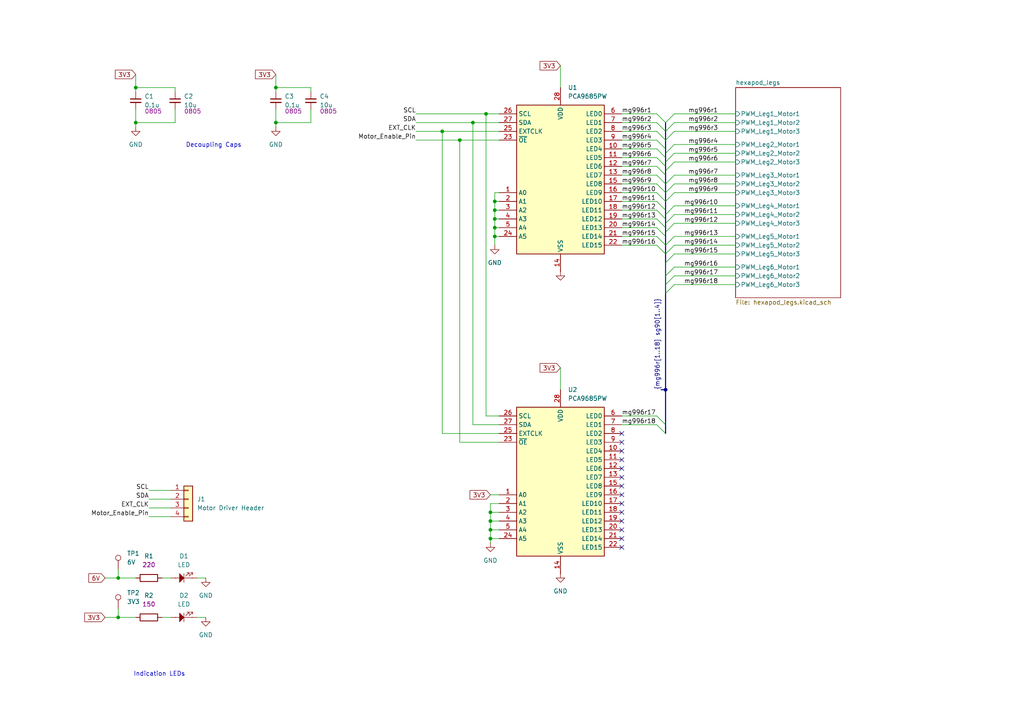
<source format=kicad_sch>
(kicad_sch (version 20250114) (generator "eeschema") (generator_version "9.0")
  (paper "A4")
  (lib_symbols
    (symbol "Connector:TestPoint" (pin_numbers (hide yes)) (pin_names (offset 0.762) (hide yes))
      (property "Reference" "TP" (at 0 6.858 0))
      (property "Value" "TestPoint" (at 0 5.08 0))
      (symbol "TestPoint_0_1"
        (circle (center 0 3.302) (radius 0.762))
      )
      (symbol "TestPoint_1_1"
        (pin passive line (at 0 0 90) (length 2.54) (name "1") (number "1"))
      )
    )
    (symbol "Device:C_Small" (pin_numbers (hide yes)) (pin_names (offset 0.254) (hide yes))
      (property "Reference" "C" (at 0.254 1.778 0))
      (property "Value" "C_Small" (at 0.254 -2.032 0))
      (symbol "C_Small_0_1"
        (polyline (pts (xy -1.524 0.508) (xy 1.524 0.508)) (stroke (width 0.3048)))
        (polyline (pts (xy -1.524 -0.508) (xy 1.524 -0.508)) (stroke (width 0.3302)))
      )
      (symbol "C_Small_1_1"
        (pin passive line (at 0 2.54 270) (length 2.032) (name "~") (number "1"))
        (pin passive line (at 0 -2.54 90) (length 2.032) (name "~") (number "2"))
      )
    )
    (symbol "Driver_LED:PCA9685PW"
      (property "Reference" "U" (at -12.7 22.225 0))
      (property "Value" "PCA9685PW" (at 1.27 22.225 0))
      (symbol "PCA9685PW_0_1"
        (rectangle (start -12.7 20.32) (end 12.7 -22.86) (stroke (width 0.254)) (fill (type background)))
      )
      (symbol "PCA9685PW_1_1"
        (pin input line (at -17.78 17.78 0) (length 5.08) (name "SCL") (number "26"))
        (pin bidirectional line (at -17.78 15.24 0) (length 5.08) (name "SDA") (number "27"))
        (pin input line (at -17.78 12.7 0) (length 5.08) (name "EXTCLK") (number "25"))
        (pin input line (at -17.78 10.16 0) (length 5.08) (name "~{OE}") (number "23"))
        (pin input line (at -17.78 -5.08 0) (length 5.08) (name "A0") (number "1"))
        (pin input line (at -17.78 -7.62 0) (length 5.08) (name "A1") (number "2"))
        (pin input line (at -17.78 -10.16 0) (length 5.08) (name "A2") (number "3"))
        (pin input line (at -17.78 -12.7 0) (length 5.08) (name "A3") (number "4"))
        (pin input line (at -17.78 -15.24 0) (length 5.08) (name "A4") (number "5"))
        (pin input line (at -17.78 -17.78 0) (length 5.08) (name "A5") (number "24"))
        (pin power_in line (at 0 25.4 270) (length 5.08) (name "VDD") (number "28"))
        (pin power_in line (at 0 -27.94 90) (length 5.08) (name "VSS") (number "14"))
        (pin output line (at 17.78 17.78 180) (length 5.08) (name "LED0") (number "6"))
        (pin output line (at 17.78 15.24 180) (length 5.08) (name "LED1") (number "7"))
        (pin output line (at 17.78 12.7 180) (length 5.08) (name "LED2") (number "8"))
        (pin output line (at 17.78 10.16 180) (length 5.08) (name "LED3") (number "9"))
        (pin output line (at 17.78 7.62 180) (length 5.08) (name "LED4") (number "10"))
        (pin output line (at 17.78 5.08 180) (length 5.08) (name "LED5") (number "11"))
        (pin output line (at 17.78 2.54 180) (length 5.08) (name "LED6") (number "12"))
        (pin output line (at 17.78 0 180) (length 5.08) (name "LED7") (number "13"))
        (pin output line (at 17.78 -2.54 180) (length 5.08) (name "LED8") (number "15"))
        (pin output line (at 17.78 -5.08 180) (length 5.08) (name "LED9") (number "16"))
        (pin output line (at 17.78 -7.62 180) (length 5.08) (name "LED10") (number "17"))
        (pin output line (at 17.78 -10.16 180) (length 5.08) (name "LED11") (number "18"))
        (pin output line (at 17.78 -12.7 180) (length 5.08) (name "LED12") (number "19"))
        (pin output line (at 17.78 -15.24 180) (length 5.08) (name "LED13") (number "20"))
        (pin output line (at 17.78 -17.78 180) (length 5.08) (name "LED14") (number "21"))
        (pin output line (at 17.78 -20.32 180) (length 5.08) (name "LED15") (number "22"))
      )
    )
    (symbol "PCM_4ms_Connector:Conn_01x04" (pin_names (offset 1.016) (hide yes))
      (property "Reference" "J" (at 0 5.08 0))
      (property "Value" "Conn_01x04" (at 0 -7.62 0))
      (symbol "Conn_01x04_1_1"
        (rectangle (start -1.27 3.81) (end 1.27 -6.35) (stroke (width 0.254)) (fill (type background)))
        (rectangle (start -1.27 2.667) (end 0 2.413) (stroke (width 0.1524)))
        (rectangle (start -1.27 0.127) (end 0 -0.127) (stroke (width 0.1524)))
        (rectangle (start -1.27 -2.413) (end 0 -2.667) (stroke (width 0.1524)))
        (rectangle (start -1.27 -4.953) (end 0 -5.207) (stroke (width 0.1524)))
        (pin passive line (at -5.08 2.54 0) (length 3.81) (name "Pin_1") (number "1"))
        (pin passive line (at -5.08 0 0) (length 3.81) (name "Pin_2") (number "2"))
        (pin passive line (at -5.08 -2.54 0) (length 3.81) (name "Pin_3") (number "3"))
        (pin passive line (at -5.08 -5.08 0) (length 3.81) (name "Pin_4") (number "4"))
      )
    )
    (symbol "PCM_4ms_Resistor:150K_0603" (pin_numbers (hide yes)) (pin_names (offset 0))
      (property "Reference" "R" (at 2.032 0 90))
      (property "Display" "150K" (at 3.81 0 90))
      (symbol "150K_0603_0_1"
        (rectangle (start -1.016 -2.54) (end 1.016 2.54) (stroke (width 0.254)))
      )
      (symbol "150K_0603_1_1"
        (pin passive line (at 0 3.81 270) (length 1.27) (name "~") (number "1"))
        (pin passive line (at 0 -3.81 90) (length 1.27) (name "~") (number "2"))
      )
    )
    (symbol "PCM_SL_Devices:LED"
      (property "Reference" "D" (at -0.508 5.334 0))
      (property "Value" "LED" (at -0.508 2.794 0))
      (symbol "LED_0_1"
        (polyline (pts (xy -1.27 0) (xy -2.54 0)))
        (polyline (pts (xy 0 1.27) (xy 0 -1.27)))
        (polyline (pts (xy 0 0) (xy -1.27 -1.27) (xy -1.27 1.27) (xy 0 0) (xy 1.27 0)) (fill (type outline)))
        (polyline (pts (xy 0.508 0.508) (xy 1.524 1.524)))
        (polyline (pts (xy 1.27 0) (xy 2.54 0)))
        (polyline (pts (xy 1.524 1.524) (xy 0.889 1.524)))
        (polyline (pts (xy 1.524 1.524) (xy 1.524 0.889)))
        (polyline (pts (xy 1.524 0.508) (xy 2.54 1.524)))
        (polyline (pts (xy 2.54 1.524) (xy 1.905 1.524)))
        (polyline (pts (xy 2.54 1.524) (xy 2.54 0.889)))
      )
      (symbol "LED_1_1"
        (pin passive line (at -3.81 0 0) (length 1.5) (name "") (number "2"))
        (pin passive line (at 3.81 0 180) (length 1.5) (name "~") (number "1"))
      )
    )
    (symbol "power:GND" (power) (pin_numbers (hide yes)) (pin_names (offset 0) (hide yes))
      (property "Value" "GND" (at 0 -3.81 0))
      (symbol "GND_0_1"
        (polyline (pts (xy 0 0) (xy 0 -1.27) (xy 1.27 -1.27) (xy 0 -2.54) (xy -1.27 -1.27) (xy 0 -1.27)))
      )
      (symbol "GND_1_1"
        (pin power_in line (at 0 0 270) (length 0) (name "~") (number "1"))
      )
    )
  )
  (bus_alias "motors" (members "sg90[1:8]"))
  (text "Indication LEDs" (at 46.228 195.58 0) (effects (font (size 1.27 1.27))))
  (text "Decoupling Caps" (at 61.976 42.164 0) (effects (font (size 1.27 1.27))))
  (junction (at 143.51 66.04))
  (junction (at 140.97 33.02))
  (junction (at 34.29 167.64))
  (junction (at 143.51 63.5))
  (junction (at 142.24 148.59))
  (junction (at 39.37 25.4))
  (junction (at 143.51 58.42))
  (junction (at 128.27 38.1))
  (junction (at 137.16 35.56))
  (junction (at 143.51 68.58))
  (junction (at 39.37 35.56))
  (junction (at 193.04 113.03))
  (junction (at 80.01 25.4))
  (junction (at 133.35 40.64))
  (junction (at 34.29 179.07))
  (junction (at 142.24 151.13))
  (junction (at 143.51 60.96))
  (junction (at 142.24 156.21))
  (junction (at 142.24 153.67))
  (junction (at 80.01 35.56))
  (no_connect (at 180.34 128.27))
  (no_connect (at 180.34 148.59))
  (no_connect (at 180.34 133.35))
  (no_connect (at 180.34 125.73))
  (no_connect (at 180.34 151.13))
  (no_connect (at 180.34 153.67))
  (no_connect (at 180.34 138.43))
  (no_connect (at 180.34 130.81))
  (no_connect (at 180.34 158.75))
  (no_connect (at 180.34 156.21))
  (no_connect (at 180.34 140.97))
  (no_connect (at 180.34 135.89))
  (no_connect (at 180.34 146.05))
  (no_connect (at 180.34 143.51))
  (bus_entry (at 193.04 35.56) (size 2.54 -2.54))
  (bus_entry (at 193.04 53.34) (size -2.54 -2.54))
  (bus_entry (at 193.04 38.1) (size -2.54 -2.54))
  (bus_entry (at 193.04 40.64) (size -2.54 -2.54))
  (bus_entry (at 193.04 76.2) (size 2.54 -2.54))
  (bus_entry (at 193.04 55.88) (size -2.54 -2.54))
  (bus_entry (at 193.04 67.31) (size 2.54 -2.54))
  (bus_entry (at 193.04 58.42) (size -2.54 -2.54))
  (bus_entry (at 193.04 71.12) (size 2.54 -2.54))
  (bus_entry (at 193.04 71.12) (size -2.54 -2.54))
  (bus_entry (at 193.04 48.26) (size -2.54 -2.54))
  (bus_entry (at 193.04 38.1) (size 2.54 -2.54))
  (bus_entry (at 193.04 43.18) (size -2.54 -2.54))
  (bus_entry (at 193.04 64.77) (size 2.54 -2.54))
  (bus_entry (at 193.04 58.42) (size 2.54 -2.54))
  (bus_entry (at 193.04 125.73) (size -2.54 -2.54))
  (bus_entry (at 193.04 60.96) (size -2.54 -2.54))
  (bus_entry (at 193.04 80.01) (size 2.54 -2.54))
  (bus_entry (at 193.04 45.72) (size -2.54 -2.54))
  (bus_entry (at 193.04 123.19) (size -2.54 -2.54))
  (bus_entry (at 193.04 55.88) (size 2.54 -2.54))
  (bus_entry (at 193.04 63.5) (size -2.54 -2.54))
  (bus_entry (at 193.04 49.53) (size 2.54 -2.54))
  (bus_entry (at 193.04 53.34) (size 2.54 -2.54))
  (bus_entry (at 193.04 44.45) (size 2.54 -2.54))
  (bus_entry (at 193.04 85.09) (size 2.54 -2.54))
  (bus_entry (at 193.04 73.66) (size -2.54 -2.54))
  (bus_entry (at 193.04 46.99) (size 2.54 -2.54))
  (bus_entry (at 193.04 66.04) (size -2.54 -2.54))
  (bus_entry (at 193.04 82.55) (size 2.54 -2.54))
  (bus_entry (at 193.04 68.58) (size -2.54 -2.54))
  (bus_entry (at 193.04 73.66) (size 2.54 -2.54))
  (bus_entry (at 193.04 40.64) (size 2.54 -2.54))
  (bus_entry (at 193.04 50.8) (size -2.54 -2.54))
  (bus_entry (at 193.04 62.23) (size 2.54 -2.54))
  (bus_entry (at 193.04 35.56) (size -2.54 -2.54))
  (bus (pts (xy 193.04 64.77) (xy 193.04 66.04)))
  (wire (pts (xy 140.97 33.02) (xy 140.97 120.65)))
  (bus (pts (xy 193.04 55.88) (xy 193.04 53.34)))
  (wire (pts (xy 190.5 50.8) (xy 180.34 50.8)))
  (wire (pts (xy 142.24 153.67) (xy 142.24 156.21)))
  (wire (pts (xy 133.35 128.27) (xy 133.35 40.64)))
  (wire (pts (xy 143.51 63.5) (xy 144.78 63.5)))
  (bus (pts (xy 193.04 58.42) (xy 193.04 60.96)))
  (bus (pts (xy 193.04 49.53) (xy 193.04 50.8)))
  (wire (pts (xy 144.78 55.88) (xy 143.51 55.88)))
  (bus (pts (xy 193.04 63.5) (xy 193.04 64.77)))
  (wire (pts (xy 133.35 40.64) (xy 144.78 40.64)))
  (wire (pts (xy 57.15 167.64) (xy 59.69 167.64)))
  (wire (pts (xy 34.29 176.53) (xy 34.29 179.07)))
  (wire (pts (xy 190.5 33.02) (xy 180.34 33.02)))
  (wire (pts (xy 39.37 25.4) (xy 50.8 25.4)))
  (wire (pts (xy 195.58 73.66) (xy 213.36 73.66)))
  (wire (pts (xy 195.58 50.8) (xy 213.36 50.8)))
  (bus (pts (xy 193.04 43.18) (xy 193.04 44.45)))
  (wire (pts (xy 80.01 25.4) (xy 80.01 26.67)))
  (wire (pts (xy 144.78 125.73) (xy 128.27 125.73)))
  (bus (pts (xy 193.04 80.01) (xy 193.04 76.2)))
  (bus (pts (xy 193.04 40.64) (xy 193.04 43.18)))
  (wire (pts (xy 43.18 144.78) (xy 49.53 144.78)))
  (bus (pts (xy 193.04 50.8) (xy 193.04 53.34)))
  (bus (pts (xy 193.04 38.1) (xy 193.04 40.64)))
  (wire (pts (xy 190.5 123.19) (xy 180.34 123.19)))
  (wire (pts (xy 143.51 58.42) (xy 144.78 58.42)))
  (wire (pts (xy 195.58 35.56) (xy 213.36 35.56)))
  (wire (pts (xy 143.51 58.42) (xy 143.51 60.96)))
  (wire (pts (xy 39.37 25.4) (xy 39.37 26.67)))
  (wire (pts (xy 190.5 35.56) (xy 180.34 35.56)))
  (wire (pts (xy 193.04 85.09) (xy 193.04 82.55)))
  (bus (pts (xy 191.77 113.03) (xy 193.04 113.03)))
  (bus (pts (xy 193.04 35.56) (xy 193.04 38.1)))
  (wire (pts (xy 190.5 66.04) (xy 180.34 66.04)))
  (bus (pts (xy 193.04 62.23) (xy 193.04 63.5)))
  (wire (pts (xy 162.56 106.68) (xy 162.56 113.03)))
  (wire (pts (xy 137.16 123.19) (xy 144.78 123.19)))
  (wire (pts (xy 39.37 35.56) (xy 50.8 35.56)))
  (wire (pts (xy 34.29 165.1) (xy 34.29 167.64)))
  (wire (pts (xy 137.16 35.56) (xy 137.16 123.19)))
  (wire (pts (xy 143.51 60.96) (xy 144.78 60.96)))
  (bus (pts (xy 193.04 67.31) (xy 193.04 68.58)))
  (wire (pts (xy 195.58 33.02) (xy 213.36 33.02)))
  (wire (pts (xy 39.37 21.59) (xy 39.37 25.4)))
  (wire (pts (xy 144.78 151.13) (xy 142.24 151.13)))
  (wire (pts (xy 43.18 149.86) (xy 49.53 149.86)))
  (wire (pts (xy 195.58 44.45) (xy 213.36 44.45)))
  (wire (pts (xy 190.5 40.64) (xy 180.34 40.64)))
  (wire (pts (xy 162.56 19.05) (xy 162.56 25.4)))
  (wire (pts (xy 39.37 31.75) (xy 39.37 35.56)))
  (wire (pts (xy 190.5 55.88) (xy 180.34 55.88)))
  (bus (pts (xy 193.04 45.72) (xy 193.04 46.99)))
  (wire (pts (xy 80.01 31.75) (xy 80.01 35.56)))
  (wire (pts (xy 143.51 68.58) (xy 143.51 71.12)))
  (wire (pts (xy 143.51 55.88) (xy 143.51 58.42)))
  (wire (pts (xy 128.27 38.1) (xy 128.27 125.73)))
  (bus (pts (xy 193.04 85.09) (xy 193.04 113.03)))
  (bus (pts (xy 193.04 68.58) (xy 193.04 71.12)))
  (bus (pts (xy 193.04 48.26) (xy 193.04 49.53)))
  (wire (pts (xy 180.34 60.96) (xy 190.5 60.96)))
  (wire (pts (xy 180.34 58.42) (xy 190.5 58.42)))
  (bus (pts (xy 193.04 85.09) (xy 193.04 82.55)))
  (wire (pts (xy 190.5 48.26) (xy 180.34 48.26)))
  (wire (pts (xy 137.16 35.56) (xy 120.65 35.56)))
  (wire (pts (xy 57.15 179.07) (xy 59.69 179.07)))
  (wire (pts (xy 43.18 147.32) (xy 49.53 147.32)))
  (bus (pts (xy 193.04 73.66) (xy 193.04 76.2)))
  (wire (pts (xy 143.51 66.04) (xy 144.78 66.04)))
  (wire (pts (xy 50.8 25.4) (xy 50.8 26.67)))
  (wire (pts (xy 144.78 156.21) (xy 142.24 156.21)))
  (wire (pts (xy 140.97 120.65) (xy 144.78 120.65)))
  (wire (pts (xy 195.58 46.99) (xy 213.36 46.99)))
  (wire (pts (xy 190.5 68.58) (xy 180.34 68.58)))
  (wire (pts (xy 195.58 55.88) (xy 213.36 55.88)))
  (wire (pts (xy 142.24 156.21) (xy 142.24 157.48)))
  (wire (pts (xy 128.27 38.1) (xy 144.78 38.1)))
  (wire (pts (xy 195.58 41.91) (xy 213.36 41.91)))
  (wire (pts (xy 195.58 77.47) (xy 213.36 77.47)))
  (wire (pts (xy 143.51 66.04) (xy 143.51 68.58)))
  (wire (pts (xy 30.48 179.07) (xy 34.29 179.07)))
  (wire (pts (xy 140.97 33.02) (xy 144.78 33.02)))
  (wire (pts (xy 195.58 59.69) (xy 213.36 59.69)))
  (bus (pts (xy 193.04 55.88) (xy 193.04 58.42)))
  (wire (pts (xy 80.01 35.56) (xy 90.17 35.56)))
  (wire (pts (xy 80.01 21.59) (xy 80.01 25.4)))
  (wire (pts (xy 195.58 64.77) (xy 213.36 64.77)))
  (wire (pts (xy 120.65 33.02) (xy 140.97 33.02)))
  (bus (pts (xy 193.04 113.03) (xy 193.04 123.19)))
  (wire (pts (xy 90.17 25.4) (xy 90.17 26.67)))
  (wire (pts (xy 50.8 31.75) (xy 50.8 35.56)))
  (wire (pts (xy 39.37 36.83) (xy 39.37 35.56)))
  (wire (pts (xy 142.24 151.13) (xy 142.24 153.67)))
  (wire (pts (xy 193.04 82.55) (xy 193.04 80.01)))
  (bus (pts (xy 193.04 71.12) (xy 193.04 73.66)))
  (wire (pts (xy 46.99 179.07) (xy 49.53 179.07)))
  (wire (pts (xy 142.24 143.51) (xy 144.78 143.51)))
  (wire (pts (xy 142.24 148.59) (xy 142.24 151.13)))
  (wire (pts (xy 195.58 68.58) (xy 213.36 68.58)))
  (wire (pts (xy 142.24 146.05) (xy 142.24 148.59)))
  (wire (pts (xy 144.78 148.59) (xy 142.24 148.59)))
  (wire (pts (xy 190.5 38.1) (xy 180.34 38.1)))
  (wire (pts (xy 195.58 82.55) (xy 213.36 82.55)))
  (wire (pts (xy 144.78 128.27) (xy 133.35 128.27)))
  (wire (pts (xy 80.01 36.83) (xy 80.01 35.56)))
  (wire (pts (xy 120.65 38.1) (xy 128.27 38.1)))
  (wire (pts (xy 143.51 63.5) (xy 143.51 66.04)))
  (wire (pts (xy 43.18 142.24) (xy 49.53 142.24)))
  (wire (pts (xy 80.01 25.4) (xy 90.17 25.4)))
  (wire (pts (xy 195.58 71.12) (xy 213.36 71.12)))
  (wire (pts (xy 144.78 153.67) (xy 142.24 153.67)))
  (bus (pts (xy 193.04 46.99) (xy 193.04 48.26)))
  (wire (pts (xy 90.17 31.75) (xy 90.17 35.56)))
  (wire (pts (xy 143.51 68.58) (xy 144.78 68.58)))
  (wire (pts (xy 46.99 167.64) (xy 49.53 167.64)))
  (wire (pts (xy 190.5 53.34) (xy 180.34 53.34)))
  (wire (pts (xy 195.58 80.01) (xy 213.36 80.01)))
  (wire (pts (xy 190.5 43.18) (xy 180.34 43.18)))
  (bus (pts (xy 193.04 123.19) (xy 193.04 125.73)))
  (wire (pts (xy 195.58 53.34) (xy 213.36 53.34)))
  (wire (pts (xy 195.58 62.23) (xy 213.36 62.23)))
  (wire (pts (xy 144.78 146.05) (xy 142.24 146.05)))
  (wire (pts (xy 30.48 167.64) (xy 34.29 167.64)))
  (wire (pts (xy 195.58 38.1) (xy 213.36 38.1)))
  (wire (pts (xy 143.51 60.96) (xy 143.51 63.5)))
  (wire (pts (xy 34.29 179.07) (xy 39.37 179.07)))
  (wire (pts (xy 190.5 63.5) (xy 180.34 63.5)))
  (wire (pts (xy 180.34 71.12) (xy 190.5 71.12)))
  (wire (pts (xy 137.16 35.56) (xy 144.78 35.56)))
  (bus (pts (xy 193.04 82.55) (xy 193.04 80.01)))
  (wire (pts (xy 190.5 45.72) (xy 180.34 45.72)))
  (wire (pts (xy 34.29 167.64) (xy 39.37 167.64)))
  (bus (pts (xy 193.04 44.45) (xy 193.04 45.72)))
  (bus (pts (xy 193.04 66.04) (xy 193.04 67.31)))
  (wire (pts (xy 193.04 80.01) (xy 193.04 76.2)))
  (wire (pts (xy 120.65 40.64) (xy 133.35 40.64)))
  (wire (pts (xy 190.5 120.65) (xy 180.34 120.65)))
  (bus (pts (xy 193.04 62.23) (xy 193.04 60.96)))
  (label "mg996r2" (at 180.34 35.56 0))
  (label "mg996r15" (at 180.34 68.58 0))
  (label "EXT_CLK" (at 120.65 38.1 180))
  (label "mg996r13" (at 208.28 68.58 180))
  (label "mg996r14" (at 180.34 66.04 0))
  (label "mg996r4" (at 208.28 41.91 180))
  (label "mg996r2" (at 208.28 35.56 180))
  (label "mg996r1" (at 180.34 33.02 0))
  (label "mg996r12" (at 208.28 64.77 180))
  (label "mg996r7" (at 208.28 50.8 180))
  (label "mg996r18" (at 208.28 82.55 180))
  (label "mg996r8" (at 180.34 50.8 0))
  (label "mg996r14" (at 208.28 71.12 180))
  (label "mg996r10" (at 180.34 55.88 0))
  (label "mg996r3" (at 208.28 38.1 180))
  (label "mg996r5" (at 208.28 44.45 180))
  (label "mg996r11" (at 208.28 62.23 180))
  (label "{mg996r[1..18] sg90[1..4]}" (at 191.77 113.03 90))
  (label "mg996r17" (at 180.34 120.65 0))
  (label "SCL" (at 120.65 33.02 180))
  (label "mg996r11" (at 180.34 58.42 0))
  (label "mg996r4" (at 180.34 40.64 0))
  (label "mg996r10" (at 208.28 59.69 180))
  (label "mg996r6" (at 208.28 46.99 180))
  (label "mg996r12" (at 180.34 60.96 0))
  (label "mg996r16" (at 180.34 71.12 0))
  (label "mg996r3" (at 180.34 38.1 0))
  (label "mg996r6" (at 180.34 45.72 0))
  (label "SCL" (at 43.18 142.24 180))
  (label "mg996r1" (at 208.28 33.02 180))
  (label "EXT_CLK" (at 43.18 147.32 180))
  (label "Motor_Enable_Pin" (at 43.18 149.86 180))
  (label "Motor_Enable_Pin" (at 120.65 40.64 180))
  (label "mg996r5" (at 180.34 43.18 0))
  (label "mg996r15" (at 208.28 73.66 180))
  (label "mg996r9" (at 180.34 53.34 0))
  (label "mg996r16" (at 208.28 77.47 180))
  (label "mg996r7" (at 180.34 48.26 0))
  (label "mg996r8" (at 208.28 53.34 180))
  (label "mg996r17" (at 208.28 80.01 180))
  (label "mg996r13" (at 180.34 63.5 0))
  (label "SDA" (at 120.65 35.56 180))
  (label "mg996r9" (at 208.28 55.88 180))
  (label "mg996r18" (at 180.34 123.19 0))
  (label "SDA" (at 43.18 144.78 180))
  (global_label "3V3" (shape input) (at 162.56 106.68 180) (property "Intersheetrefs" "${INTERSHEET_REFS}" (effects (hide yes))))
  (global_label "3V3" (shape input) (at 80.01 21.59 180) (property "Intersheetrefs" "${INTERSHEET_REFS}" (effects (hide yes))))
  (global_label "3V3" (shape input) (at 142.24 143.51 180) (property "Intersheetrefs" "${INTERSHEET_REFS}" (effects (hide yes))))
  (global_label "6V" (shape input) (at 30.48 167.64 180) (property "Intersheetrefs" "${INTERSHEET_REFS}" (effects (hide yes))))
  (global_label "3V3" (shape input) (at 39.37 21.59 180) (property "Intersheetrefs" "${INTERSHEET_REFS}" (effects (hide yes))))
  (global_label "3V3" (shape input) (at 30.48 179.07 180) (property "Intersheetrefs" "${INTERSHEET_REFS}" (effects (hide yes))))
  (global_label "3V3" (shape input) (at 162.56 19.05 180) (property "Intersheetrefs" "${INTERSHEET_REFS}" (effects (hide yes))))
  (symbol (lib_id "power:GND") (at 162.56 166.37 0) (unit 1)
    (property "Reference" "#PWR08" (effects (hide yes)))
    (property "Value" "GND" (at 162.56 171.45 0))
    (property "Description" "Power symbol creates a global label with name \"GND\" , ground" (effects (hide yes)))
  )
  (symbol (lib_id "Device:C_Small") (at 50.8 29.21 0) (unit 1)
    (property "Reference" "C2" (at 53.34 27.9462 0) (effects (justify left)))
    (property "Value" "10u" (at 53.34 30.4862 0) (effects (justify left)))
    (property "Footprint" "Capacitor_SMD:C_0805_2012Metric_Pad1.18x1.45mm_HandSolder" (effects (hide yes)))
    (property "Description" "0805" (at 55.88 32.258 0))
  )
  (symbol (lib_id "power:GND") (at 143.51 71.12 0) (unit 1)
    (property "Reference" "#PWR06" (effects (hide yes)))
    (property "Value" "GND" (at 143.51 76.2 0))
    (property "Description" "Power symbol creates a global label with name \"GND\" , ground" (effects (hide yes)))
  )
  (symbol (lib_id "power:GND") (at 162.56 78.74 0) (unit 1)
    (property "Reference" "#PWR07" (effects (hide yes)))
    (property "Value" "GND" (effects (hide yes)))
    (property "Description" "Power symbol creates a global label with name \"GND\" , ground" (effects (hide yes)))
  )
  (symbol (lib_id "Device:C_Small") (at 39.37 29.21 0) (unit 1)
    (property "Reference" "C1" (at 41.91 27.9462 0) (effects (justify left)))
    (property "Value" "0.1u" (at 41.91 30.4862 0) (effects (justify left)))
    (property "Footprint" "Capacitor_SMD:C_0805_2012Metric_Pad1.18x1.45mm_HandSolder" (effects (hide yes)))
    (property "Description" "0805" (at 44.45 32.258 0))
  )
  (symbol (lib_id "PCM_4ms_Resistor:150K_0603") (at 43.18 179.07 90) (unit 1)
    (property "Reference" "R2" (at 43.18 172.72 90))
    (property "Value" "150K_0603" (effects (hide yes)))
    (property "Footprint" "PCM_4ms_Resistor:R_0805_2012Metric" (effects (hide yes)))
    (property "Description" "150K, 1%, 1/10W, 0603" (effects (hide yes)))
    (property "Specifications" "150K, 1%, 1/10W, 0603" (effects (hide yes)))
    (property "Manufacturer" "Yageo" (effects (hide yes)))
    (property "Part Number" "RC0603FR-07150KL" (effects (hide yes)))
    (property "Display" "150" (at 43.18 175.26 90))
    (property "JLCPCB ID" "C22807" (effects (hide yes)))
  )
  (symbol (lib_id "Driver_LED:PCA9685PW") (at 162.56 50.8 0) (unit 1)
    (property "Reference" "U1" (at 164.7033 25.4 0) (effects (justify left)))
    (property "Value" "PCA9685PW" (at 164.7033 27.94 0) (effects (justify left)))
    (property "Footprint" "Package_SO:TSSOP-28_4.4x9.7mm_P0.65mm" (effects (hide yes)))
    (property "Datasheet" "http://www.nxp.com/docs/en/data-sheet/PCA9685.pdf" (effects (hide yes)))
    (property "Description" "16-channel 12-bit PWM Fm+ I2C-bus LED controller RGBA TSSOP" (effects (hide yes)))
  )
  (symbol (lib_id "Driver_LED:PCA9685PW") (at 162.56 138.43 0) (unit 1)
    (property "Reference" "U2" (at 164.7033 113.03 0) (effects (justify left)))
    (property "Value" "PCA9685PW" (at 164.7033 115.57 0) (effects (justify left)))
    (property "Footprint" "Package_SO:TSSOP-28_4.4x9.7mm_P0.65mm" (effects (hide yes)))
    (property "Datasheet" "http://www.nxp.com/docs/en/data-sheet/PCA9685.pdf" (effects (hide yes)))
    (property "Description" "16-channel 12-bit PWM Fm+ I2C-bus LED controller RGBA TSSOP" (effects (hide yes)))
  )
  (symbol (lib_id "power:GND") (at 59.69 167.64 0) (unit 1)
    (property "Reference" "#PWR02" (effects (hide yes)))
    (property "Value" "GND" (at 59.69 172.72 0))
    (property "Description" "Power symbol creates a global label with name \"GND\" , ground" (effects (hide yes)))
  )
  (symbol (lib_id "power:GND") (at 142.24 157.48 0) (unit 1)
    (property "Reference" "#PWR05" (effects (hide yes)))
    (property "Value" "GND" (at 142.24 162.56 0))
    (property "Description" "Power symbol creates a global label with name \"GND\" , ground" (effects (hide yes)))
  )
  (symbol (lib_id "power:GND") (at 80.01 36.83 0) (unit 1)
    (property "Reference" "#PWR04" (effects (hide yes)))
    (property "Value" "GND" (at 80.01 41.91 0))
    (property "Description" "Power symbol creates a global label with name \"GND\" , ground" (effects (hide yes)))
  )
  (symbol (lib_id "power:GND") (at 59.69 179.07 0) (unit 1)
    (property "Reference" "#PWR03" (effects (hide yes)))
    (property "Value" "GND" (at 59.69 184.15 0))
    (property "Description" "Power symbol creates a global label with name \"GND\" , ground" (effects (hide yes)))
  )
  (symbol (lib_id "Device:C_Small") (at 90.17 29.21 0) (unit 1)
    (property "Reference" "C4" (at 92.71 27.9462 0) (effects (justify left)))
    (property "Value" "10u" (at 92.71 30.4862 0) (effects (justify left)))
    (property "Footprint" "Capacitor_SMD:C_0805_2012Metric_Pad1.18x1.45mm_HandSolder" (effects (hide yes)))
    (property "Description" "0805" (at 95.25 32.258 0))
  )
  (symbol (lib_id "power:GND") (at 39.37 36.83 0) (unit 1)
    (property "Reference" "#PWR01" (effects (hide yes)))
    (property "Value" "GND" (at 39.37 41.91 0))
    (property "Description" "Power symbol creates a global label with name \"GND\" , ground" (effects (hide yes)))
  )
  (symbol (lib_id "PCM_4ms_Connector:Conn_01x04") (at 54.61 144.78 0) (unit 1)
    (property "Reference" "J1" (at 57.15 144.7799 0) (effects (justify left)))
    (property "Value" "Motor Driver Header" (at 57.15 147.3199 0) (effects (justify left)))
    (property "Footprint" "Connector_PinHeader_2.54mm:PinHeader_1x04_P2.54mm_Vertical" (effects (hide yes)))
    (property "Description" "HEADER 1x4 MALE PINS 0.100” 180deg" (effects (hide yes)))
    (property "Specifications" "HEADER 1x4 MALE PINS 0.100” 180deg" (effects (hide yes)))
    (property "Manufacturer" "TAD" (effects (hide yes)))
    (property "Part Number" "1-0401FBV0T" (effects (hide yes)))
  )
  (symbol (lib_id "PCM_4ms_Resistor:150K_0603") (at 43.18 167.64 90) (unit 1)
    (property "Reference" "R1" (at 43.18 161.29 90))
    (property "Value" "150K_0603" (effects (hide yes)))
    (property "Footprint" "PCM_4ms_Resistor:R_0805_2012Metric" (effects (hide yes)))
    (property "Description" "150K, 1%, 1/10W, 0603" (effects (hide yes)))
    (property "Specifications" "150K, 1%, 1/10W, 0603" (effects (hide yes)))
    (property "Manufacturer" "Yageo" (effects (hide yes)))
    (property "Part Number" "RC0603FR-07150KL" (effects (hide yes)))
    (property "Display" "220" (at 43.18 163.83 90))
    (property "JLCPCB ID" "C22807" (effects (hide yes)))
  )
  (symbol (lib_id "Device:C_Small") (at 80.01 29.21 0) (unit 1)
    (property "Reference" "C3" (at 82.55 27.9462 0) (effects (justify left)))
    (property "Value" "0.1u" (at 82.55 30.4862 0) (effects (justify left)))
    (property "Footprint" "Capacitor_SMD:C_0805_2012Metric_Pad1.18x1.45mm_HandSolder" (effects (hide yes)))
    (property "Description" "0805" (at 85.09 32.258 0))
  )
  (symbol (lib_id "PCM_SL_Devices:LED") (at 53.34 167.64 0) (unit 1)
    (property "Reference" "D1" (at 53.34 161.29 0))
    (property "Value" "LED" (at 53.34 163.83 0))
    (property "Footprint" "PCM_4ms_LED:LED_0603_1608Metric" (effects (hide yes)))
    (property "Description" "Common 5mm diameter LED" (effects (hide yes)))
  )
  (symbol (lib_id "Connector:TestPoint") (at 34.29 165.1 0) (unit 1) (in_bom no) (on_board no)
    (property "Reference" "TP1" (at 36.83 160.5279 0) (effects (justify left)))
    (property "Value" "6V" (at 36.83 163.0679 0) (effects (justify left)))
    (property "Description" "test point" (effects (hide yes)))
  )
  (symbol (lib_id "Connector:TestPoint") (at 34.29 176.53 0) (unit 1) (in_bom no) (on_board no)
    (property "Reference" "TP2" (at 36.83 171.9579 0) (effects (justify left)))
    (property "Value" "3V3" (at 36.83 174.4979 0) (effects (justify left)))
    (property "Description" "test point" (effects (hide yes)))
  )
  (symbol (lib_id "PCM_SL_Devices:LED") (at 53.34 179.07 0) (unit 1)
    (property "Reference" "D2" (at 53.34 172.72 0))
    (property "Value" "LED" (at 53.34 175.26 0))
    (property "Footprint" "PCM_4ms_LED:LED_0603_1608Metric" (effects (hide yes)))
    (property "Description" "Common 5mm diameter LED" (effects (hide yes)))
  )
  (sheet (at 213.36 25.4) (size 30.48 60.96) (stroke (width 0.1524))
    (property "Sheetname" "hexapod_legs" (at 213.36 24.6884 0) (effects (justify left bottom)))
    (property "Sheetfile" "hexapod_legs.kicad_sch" (at 213.36 86.9446 0) (effects (justify left top)))
    (pin "PWM_Leg1_Motor1" input (at 213.36 33.02 180))
    (pin "PWM_Leg1_Motor2" input (at 213.36 35.56 180))
    (pin "PWM_Leg1_Motor3" input (at 213.36 38.1 180))
    (pin "PWM_Leg2_Motor1" input (at 213.36 41.91 180))
    (pin "PWM_Leg2_Motor2" input (at 213.36 44.45 180))
    (pin "PWM_Leg2_Motor3" input (at 213.36 46.99 180))
    (pin "PWM_Leg3_Motor1" input (at 213.36 50.8 180))
    (pin "PWM_Leg3_Motor2" input (at 213.36 53.34 180))
    (pin "PWM_Leg3_Motor3" input (at 213.36 55.88 180))
    (pin "PWM_Leg4_Motor1" input (at 213.36 59.69 180))
    (pin "PWM_Leg4_Motor2" input (at 213.36 62.23 180))
    (pin "PWM_Leg4_Motor3" input (at 213.36 64.77 180))
    (pin "PWM_Leg5_Motor1" input (at 213.36 68.58 180))
    (pin "PWM_Leg5_Motor2" input (at 213.36 71.12 180))
    (pin "PWM_Leg5_Motor3" input (at 213.36 73.66 180))
    (pin "PWM_Leg6_Motor1" input (at 213.36 77.47 180))
    (pin "PWM_Leg6_Motor2" input (at 213.36 80.01 180))
    (pin "PWM_Leg6_Motor3" input (at 213.36 82.55 180))
  )
)
</source>
